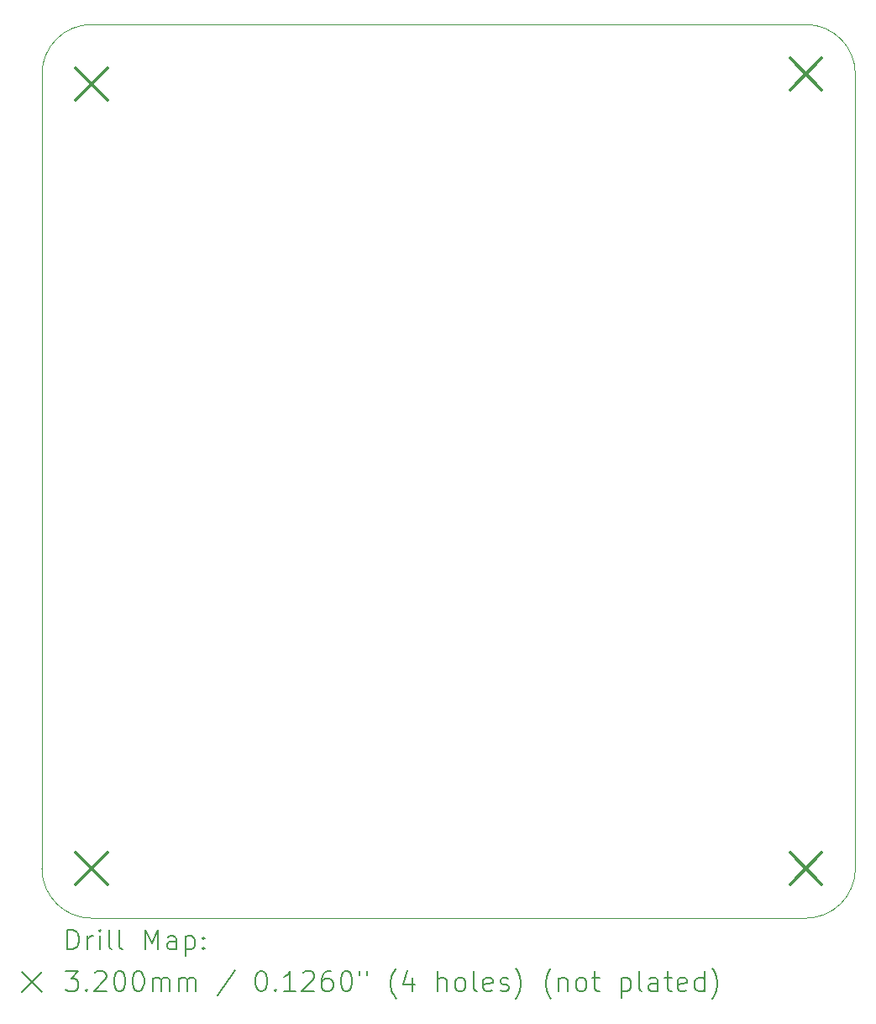
<source format=gbr>
%TF.GenerationSoftware,KiCad,Pcbnew,8.0.6-unknown-202410280735~4a7dcfdd1f~ubuntu22.04.1*%
%TF.CreationDate,2024-10-31T16:24:49+09:00*%
%TF.ProjectId,MG5-ESP32-Shield,4d47352d-4553-4503-9332-2d536869656c,rev?*%
%TF.SameCoordinates,Original*%
%TF.FileFunction,Drillmap*%
%TF.FilePolarity,Positive*%
%FSLAX45Y45*%
G04 Gerber Fmt 4.5, Leading zero omitted, Abs format (unit mm)*
G04 Created by KiCad (PCBNEW 8.0.6-unknown-202410280735~4a7dcfdd1f~ubuntu22.04.1) date 2024-10-31 16:24:49*
%MOMM*%
%LPD*%
G01*
G04 APERTURE LIST*
%ADD10C,0.050000*%
%ADD11C,0.200000*%
%ADD12C,0.320000*%
G04 APERTURE END LIST*
D10*
X11400000Y-13800000D02*
X11400000Y-5800000D01*
X11900000Y-14300000D02*
X19100000Y-14300000D01*
X19100000Y-5300000D02*
G75*
G02*
X19600000Y-5800000I0J-500000D01*
G01*
X19600000Y-13800000D02*
X19600000Y-5800000D01*
X11400000Y-5800000D02*
G75*
G02*
X11900000Y-5300000I500000J0D01*
G01*
X11900000Y-14300000D02*
G75*
G02*
X11400000Y-13800000I0J500000D01*
G01*
X19100000Y-5300000D02*
X11900000Y-5300000D01*
X19600000Y-13800000D02*
G75*
G02*
X19100000Y-14300000I-500000J0D01*
G01*
D11*
D12*
X11740000Y-5740000D02*
X12060000Y-6060000D01*
X12060000Y-5740000D02*
X11740000Y-6060000D01*
X11740000Y-13640000D02*
X12060000Y-13960000D01*
X12060000Y-13640000D02*
X11740000Y-13960000D01*
X18940000Y-5640000D02*
X19260000Y-5960000D01*
X19260000Y-5640000D02*
X18940000Y-5960000D01*
X18940000Y-13640000D02*
X19260000Y-13960000D01*
X19260000Y-13640000D02*
X18940000Y-13960000D01*
D11*
X11658277Y-14613984D02*
X11658277Y-14413984D01*
X11658277Y-14413984D02*
X11705896Y-14413984D01*
X11705896Y-14413984D02*
X11734467Y-14423508D01*
X11734467Y-14423508D02*
X11753515Y-14442555D01*
X11753515Y-14442555D02*
X11763039Y-14461603D01*
X11763039Y-14461603D02*
X11772562Y-14499698D01*
X11772562Y-14499698D02*
X11772562Y-14528269D01*
X11772562Y-14528269D02*
X11763039Y-14566365D01*
X11763039Y-14566365D02*
X11753515Y-14585412D01*
X11753515Y-14585412D02*
X11734467Y-14604460D01*
X11734467Y-14604460D02*
X11705896Y-14613984D01*
X11705896Y-14613984D02*
X11658277Y-14613984D01*
X11858277Y-14613984D02*
X11858277Y-14480650D01*
X11858277Y-14518746D02*
X11867801Y-14499698D01*
X11867801Y-14499698D02*
X11877324Y-14490174D01*
X11877324Y-14490174D02*
X11896372Y-14480650D01*
X11896372Y-14480650D02*
X11915420Y-14480650D01*
X11982086Y-14613984D02*
X11982086Y-14480650D01*
X11982086Y-14413984D02*
X11972562Y-14423508D01*
X11972562Y-14423508D02*
X11982086Y-14433031D01*
X11982086Y-14433031D02*
X11991610Y-14423508D01*
X11991610Y-14423508D02*
X11982086Y-14413984D01*
X11982086Y-14413984D02*
X11982086Y-14433031D01*
X12105896Y-14613984D02*
X12086848Y-14604460D01*
X12086848Y-14604460D02*
X12077324Y-14585412D01*
X12077324Y-14585412D02*
X12077324Y-14413984D01*
X12210658Y-14613984D02*
X12191610Y-14604460D01*
X12191610Y-14604460D02*
X12182086Y-14585412D01*
X12182086Y-14585412D02*
X12182086Y-14413984D01*
X12439229Y-14613984D02*
X12439229Y-14413984D01*
X12439229Y-14413984D02*
X12505896Y-14556841D01*
X12505896Y-14556841D02*
X12572562Y-14413984D01*
X12572562Y-14413984D02*
X12572562Y-14613984D01*
X12753515Y-14613984D02*
X12753515Y-14509222D01*
X12753515Y-14509222D02*
X12743991Y-14490174D01*
X12743991Y-14490174D02*
X12724943Y-14480650D01*
X12724943Y-14480650D02*
X12686848Y-14480650D01*
X12686848Y-14480650D02*
X12667801Y-14490174D01*
X12753515Y-14604460D02*
X12734467Y-14613984D01*
X12734467Y-14613984D02*
X12686848Y-14613984D01*
X12686848Y-14613984D02*
X12667801Y-14604460D01*
X12667801Y-14604460D02*
X12658277Y-14585412D01*
X12658277Y-14585412D02*
X12658277Y-14566365D01*
X12658277Y-14566365D02*
X12667801Y-14547317D01*
X12667801Y-14547317D02*
X12686848Y-14537793D01*
X12686848Y-14537793D02*
X12734467Y-14537793D01*
X12734467Y-14537793D02*
X12753515Y-14528269D01*
X12848753Y-14480650D02*
X12848753Y-14680650D01*
X12848753Y-14490174D02*
X12867801Y-14480650D01*
X12867801Y-14480650D02*
X12905896Y-14480650D01*
X12905896Y-14480650D02*
X12924943Y-14490174D01*
X12924943Y-14490174D02*
X12934467Y-14499698D01*
X12934467Y-14499698D02*
X12943991Y-14518746D01*
X12943991Y-14518746D02*
X12943991Y-14575888D01*
X12943991Y-14575888D02*
X12934467Y-14594936D01*
X12934467Y-14594936D02*
X12924943Y-14604460D01*
X12924943Y-14604460D02*
X12905896Y-14613984D01*
X12905896Y-14613984D02*
X12867801Y-14613984D01*
X12867801Y-14613984D02*
X12848753Y-14604460D01*
X13029705Y-14594936D02*
X13039229Y-14604460D01*
X13039229Y-14604460D02*
X13029705Y-14613984D01*
X13029705Y-14613984D02*
X13020182Y-14604460D01*
X13020182Y-14604460D02*
X13029705Y-14594936D01*
X13029705Y-14594936D02*
X13029705Y-14613984D01*
X13029705Y-14490174D02*
X13039229Y-14499698D01*
X13039229Y-14499698D02*
X13029705Y-14509222D01*
X13029705Y-14509222D02*
X13020182Y-14499698D01*
X13020182Y-14499698D02*
X13029705Y-14490174D01*
X13029705Y-14490174D02*
X13029705Y-14509222D01*
X11197500Y-14842500D02*
X11397500Y-15042500D01*
X11397500Y-14842500D02*
X11197500Y-15042500D01*
X11639229Y-14833984D02*
X11763039Y-14833984D01*
X11763039Y-14833984D02*
X11696372Y-14910174D01*
X11696372Y-14910174D02*
X11724943Y-14910174D01*
X11724943Y-14910174D02*
X11743991Y-14919698D01*
X11743991Y-14919698D02*
X11753515Y-14929222D01*
X11753515Y-14929222D02*
X11763039Y-14948269D01*
X11763039Y-14948269D02*
X11763039Y-14995888D01*
X11763039Y-14995888D02*
X11753515Y-15014936D01*
X11753515Y-15014936D02*
X11743991Y-15024460D01*
X11743991Y-15024460D02*
X11724943Y-15033984D01*
X11724943Y-15033984D02*
X11667801Y-15033984D01*
X11667801Y-15033984D02*
X11648753Y-15024460D01*
X11648753Y-15024460D02*
X11639229Y-15014936D01*
X11848753Y-15014936D02*
X11858277Y-15024460D01*
X11858277Y-15024460D02*
X11848753Y-15033984D01*
X11848753Y-15033984D02*
X11839229Y-15024460D01*
X11839229Y-15024460D02*
X11848753Y-15014936D01*
X11848753Y-15014936D02*
X11848753Y-15033984D01*
X11934467Y-14853031D02*
X11943991Y-14843508D01*
X11943991Y-14843508D02*
X11963039Y-14833984D01*
X11963039Y-14833984D02*
X12010658Y-14833984D01*
X12010658Y-14833984D02*
X12029705Y-14843508D01*
X12029705Y-14843508D02*
X12039229Y-14853031D01*
X12039229Y-14853031D02*
X12048753Y-14872079D01*
X12048753Y-14872079D02*
X12048753Y-14891127D01*
X12048753Y-14891127D02*
X12039229Y-14919698D01*
X12039229Y-14919698D02*
X11924943Y-15033984D01*
X11924943Y-15033984D02*
X12048753Y-15033984D01*
X12172562Y-14833984D02*
X12191610Y-14833984D01*
X12191610Y-14833984D02*
X12210658Y-14843508D01*
X12210658Y-14843508D02*
X12220182Y-14853031D01*
X12220182Y-14853031D02*
X12229705Y-14872079D01*
X12229705Y-14872079D02*
X12239229Y-14910174D01*
X12239229Y-14910174D02*
X12239229Y-14957793D01*
X12239229Y-14957793D02*
X12229705Y-14995888D01*
X12229705Y-14995888D02*
X12220182Y-15014936D01*
X12220182Y-15014936D02*
X12210658Y-15024460D01*
X12210658Y-15024460D02*
X12191610Y-15033984D01*
X12191610Y-15033984D02*
X12172562Y-15033984D01*
X12172562Y-15033984D02*
X12153515Y-15024460D01*
X12153515Y-15024460D02*
X12143991Y-15014936D01*
X12143991Y-15014936D02*
X12134467Y-14995888D01*
X12134467Y-14995888D02*
X12124943Y-14957793D01*
X12124943Y-14957793D02*
X12124943Y-14910174D01*
X12124943Y-14910174D02*
X12134467Y-14872079D01*
X12134467Y-14872079D02*
X12143991Y-14853031D01*
X12143991Y-14853031D02*
X12153515Y-14843508D01*
X12153515Y-14843508D02*
X12172562Y-14833984D01*
X12363039Y-14833984D02*
X12382086Y-14833984D01*
X12382086Y-14833984D02*
X12401134Y-14843508D01*
X12401134Y-14843508D02*
X12410658Y-14853031D01*
X12410658Y-14853031D02*
X12420182Y-14872079D01*
X12420182Y-14872079D02*
X12429705Y-14910174D01*
X12429705Y-14910174D02*
X12429705Y-14957793D01*
X12429705Y-14957793D02*
X12420182Y-14995888D01*
X12420182Y-14995888D02*
X12410658Y-15014936D01*
X12410658Y-15014936D02*
X12401134Y-15024460D01*
X12401134Y-15024460D02*
X12382086Y-15033984D01*
X12382086Y-15033984D02*
X12363039Y-15033984D01*
X12363039Y-15033984D02*
X12343991Y-15024460D01*
X12343991Y-15024460D02*
X12334467Y-15014936D01*
X12334467Y-15014936D02*
X12324943Y-14995888D01*
X12324943Y-14995888D02*
X12315420Y-14957793D01*
X12315420Y-14957793D02*
X12315420Y-14910174D01*
X12315420Y-14910174D02*
X12324943Y-14872079D01*
X12324943Y-14872079D02*
X12334467Y-14853031D01*
X12334467Y-14853031D02*
X12343991Y-14843508D01*
X12343991Y-14843508D02*
X12363039Y-14833984D01*
X12515420Y-15033984D02*
X12515420Y-14900650D01*
X12515420Y-14919698D02*
X12524943Y-14910174D01*
X12524943Y-14910174D02*
X12543991Y-14900650D01*
X12543991Y-14900650D02*
X12572563Y-14900650D01*
X12572563Y-14900650D02*
X12591610Y-14910174D01*
X12591610Y-14910174D02*
X12601134Y-14929222D01*
X12601134Y-14929222D02*
X12601134Y-15033984D01*
X12601134Y-14929222D02*
X12610658Y-14910174D01*
X12610658Y-14910174D02*
X12629705Y-14900650D01*
X12629705Y-14900650D02*
X12658277Y-14900650D01*
X12658277Y-14900650D02*
X12677324Y-14910174D01*
X12677324Y-14910174D02*
X12686848Y-14929222D01*
X12686848Y-14929222D02*
X12686848Y-15033984D01*
X12782086Y-15033984D02*
X12782086Y-14900650D01*
X12782086Y-14919698D02*
X12791610Y-14910174D01*
X12791610Y-14910174D02*
X12810658Y-14900650D01*
X12810658Y-14900650D02*
X12839229Y-14900650D01*
X12839229Y-14900650D02*
X12858277Y-14910174D01*
X12858277Y-14910174D02*
X12867801Y-14929222D01*
X12867801Y-14929222D02*
X12867801Y-15033984D01*
X12867801Y-14929222D02*
X12877324Y-14910174D01*
X12877324Y-14910174D02*
X12896372Y-14900650D01*
X12896372Y-14900650D02*
X12924943Y-14900650D01*
X12924943Y-14900650D02*
X12943991Y-14910174D01*
X12943991Y-14910174D02*
X12953515Y-14929222D01*
X12953515Y-14929222D02*
X12953515Y-15033984D01*
X13343991Y-14824460D02*
X13172563Y-15081603D01*
X13601134Y-14833984D02*
X13620182Y-14833984D01*
X13620182Y-14833984D02*
X13639229Y-14843508D01*
X13639229Y-14843508D02*
X13648753Y-14853031D01*
X13648753Y-14853031D02*
X13658277Y-14872079D01*
X13658277Y-14872079D02*
X13667801Y-14910174D01*
X13667801Y-14910174D02*
X13667801Y-14957793D01*
X13667801Y-14957793D02*
X13658277Y-14995888D01*
X13658277Y-14995888D02*
X13648753Y-15014936D01*
X13648753Y-15014936D02*
X13639229Y-15024460D01*
X13639229Y-15024460D02*
X13620182Y-15033984D01*
X13620182Y-15033984D02*
X13601134Y-15033984D01*
X13601134Y-15033984D02*
X13582086Y-15024460D01*
X13582086Y-15024460D02*
X13572563Y-15014936D01*
X13572563Y-15014936D02*
X13563039Y-14995888D01*
X13563039Y-14995888D02*
X13553515Y-14957793D01*
X13553515Y-14957793D02*
X13553515Y-14910174D01*
X13553515Y-14910174D02*
X13563039Y-14872079D01*
X13563039Y-14872079D02*
X13572563Y-14853031D01*
X13572563Y-14853031D02*
X13582086Y-14843508D01*
X13582086Y-14843508D02*
X13601134Y-14833984D01*
X13753515Y-15014936D02*
X13763039Y-15024460D01*
X13763039Y-15024460D02*
X13753515Y-15033984D01*
X13753515Y-15033984D02*
X13743991Y-15024460D01*
X13743991Y-15024460D02*
X13753515Y-15014936D01*
X13753515Y-15014936D02*
X13753515Y-15033984D01*
X13953515Y-15033984D02*
X13839229Y-15033984D01*
X13896372Y-15033984D02*
X13896372Y-14833984D01*
X13896372Y-14833984D02*
X13877325Y-14862555D01*
X13877325Y-14862555D02*
X13858277Y-14881603D01*
X13858277Y-14881603D02*
X13839229Y-14891127D01*
X14029706Y-14853031D02*
X14039229Y-14843508D01*
X14039229Y-14843508D02*
X14058277Y-14833984D01*
X14058277Y-14833984D02*
X14105896Y-14833984D01*
X14105896Y-14833984D02*
X14124944Y-14843508D01*
X14124944Y-14843508D02*
X14134467Y-14853031D01*
X14134467Y-14853031D02*
X14143991Y-14872079D01*
X14143991Y-14872079D02*
X14143991Y-14891127D01*
X14143991Y-14891127D02*
X14134467Y-14919698D01*
X14134467Y-14919698D02*
X14020182Y-15033984D01*
X14020182Y-15033984D02*
X14143991Y-15033984D01*
X14315420Y-14833984D02*
X14277325Y-14833984D01*
X14277325Y-14833984D02*
X14258277Y-14843508D01*
X14258277Y-14843508D02*
X14248753Y-14853031D01*
X14248753Y-14853031D02*
X14229706Y-14881603D01*
X14229706Y-14881603D02*
X14220182Y-14919698D01*
X14220182Y-14919698D02*
X14220182Y-14995888D01*
X14220182Y-14995888D02*
X14229706Y-15014936D01*
X14229706Y-15014936D02*
X14239229Y-15024460D01*
X14239229Y-15024460D02*
X14258277Y-15033984D01*
X14258277Y-15033984D02*
X14296372Y-15033984D01*
X14296372Y-15033984D02*
X14315420Y-15024460D01*
X14315420Y-15024460D02*
X14324944Y-15014936D01*
X14324944Y-15014936D02*
X14334467Y-14995888D01*
X14334467Y-14995888D02*
X14334467Y-14948269D01*
X14334467Y-14948269D02*
X14324944Y-14929222D01*
X14324944Y-14929222D02*
X14315420Y-14919698D01*
X14315420Y-14919698D02*
X14296372Y-14910174D01*
X14296372Y-14910174D02*
X14258277Y-14910174D01*
X14258277Y-14910174D02*
X14239229Y-14919698D01*
X14239229Y-14919698D02*
X14229706Y-14929222D01*
X14229706Y-14929222D02*
X14220182Y-14948269D01*
X14458277Y-14833984D02*
X14477325Y-14833984D01*
X14477325Y-14833984D02*
X14496372Y-14843508D01*
X14496372Y-14843508D02*
X14505896Y-14853031D01*
X14505896Y-14853031D02*
X14515420Y-14872079D01*
X14515420Y-14872079D02*
X14524944Y-14910174D01*
X14524944Y-14910174D02*
X14524944Y-14957793D01*
X14524944Y-14957793D02*
X14515420Y-14995888D01*
X14515420Y-14995888D02*
X14505896Y-15014936D01*
X14505896Y-15014936D02*
X14496372Y-15024460D01*
X14496372Y-15024460D02*
X14477325Y-15033984D01*
X14477325Y-15033984D02*
X14458277Y-15033984D01*
X14458277Y-15033984D02*
X14439229Y-15024460D01*
X14439229Y-15024460D02*
X14429706Y-15014936D01*
X14429706Y-15014936D02*
X14420182Y-14995888D01*
X14420182Y-14995888D02*
X14410658Y-14957793D01*
X14410658Y-14957793D02*
X14410658Y-14910174D01*
X14410658Y-14910174D02*
X14420182Y-14872079D01*
X14420182Y-14872079D02*
X14429706Y-14853031D01*
X14429706Y-14853031D02*
X14439229Y-14843508D01*
X14439229Y-14843508D02*
X14458277Y-14833984D01*
X14601134Y-14833984D02*
X14601134Y-14872079D01*
X14677325Y-14833984D02*
X14677325Y-14872079D01*
X14972563Y-15110174D02*
X14963039Y-15100650D01*
X14963039Y-15100650D02*
X14943991Y-15072079D01*
X14943991Y-15072079D02*
X14934468Y-15053031D01*
X14934468Y-15053031D02*
X14924944Y-15024460D01*
X14924944Y-15024460D02*
X14915420Y-14976841D01*
X14915420Y-14976841D02*
X14915420Y-14938746D01*
X14915420Y-14938746D02*
X14924944Y-14891127D01*
X14924944Y-14891127D02*
X14934468Y-14862555D01*
X14934468Y-14862555D02*
X14943991Y-14843508D01*
X14943991Y-14843508D02*
X14963039Y-14814936D01*
X14963039Y-14814936D02*
X14972563Y-14805412D01*
X15134468Y-14900650D02*
X15134468Y-15033984D01*
X15086848Y-14824460D02*
X15039229Y-14967317D01*
X15039229Y-14967317D02*
X15163039Y-14967317D01*
X15391610Y-15033984D02*
X15391610Y-14833984D01*
X15477325Y-15033984D02*
X15477325Y-14929222D01*
X15477325Y-14929222D02*
X15467801Y-14910174D01*
X15467801Y-14910174D02*
X15448753Y-14900650D01*
X15448753Y-14900650D02*
X15420182Y-14900650D01*
X15420182Y-14900650D02*
X15401134Y-14910174D01*
X15401134Y-14910174D02*
X15391610Y-14919698D01*
X15601134Y-15033984D02*
X15582087Y-15024460D01*
X15582087Y-15024460D02*
X15572563Y-15014936D01*
X15572563Y-15014936D02*
X15563039Y-14995888D01*
X15563039Y-14995888D02*
X15563039Y-14938746D01*
X15563039Y-14938746D02*
X15572563Y-14919698D01*
X15572563Y-14919698D02*
X15582087Y-14910174D01*
X15582087Y-14910174D02*
X15601134Y-14900650D01*
X15601134Y-14900650D02*
X15629706Y-14900650D01*
X15629706Y-14900650D02*
X15648753Y-14910174D01*
X15648753Y-14910174D02*
X15658277Y-14919698D01*
X15658277Y-14919698D02*
X15667801Y-14938746D01*
X15667801Y-14938746D02*
X15667801Y-14995888D01*
X15667801Y-14995888D02*
X15658277Y-15014936D01*
X15658277Y-15014936D02*
X15648753Y-15024460D01*
X15648753Y-15024460D02*
X15629706Y-15033984D01*
X15629706Y-15033984D02*
X15601134Y-15033984D01*
X15782087Y-15033984D02*
X15763039Y-15024460D01*
X15763039Y-15024460D02*
X15753515Y-15005412D01*
X15753515Y-15005412D02*
X15753515Y-14833984D01*
X15934468Y-15024460D02*
X15915420Y-15033984D01*
X15915420Y-15033984D02*
X15877325Y-15033984D01*
X15877325Y-15033984D02*
X15858277Y-15024460D01*
X15858277Y-15024460D02*
X15848753Y-15005412D01*
X15848753Y-15005412D02*
X15848753Y-14929222D01*
X15848753Y-14929222D02*
X15858277Y-14910174D01*
X15858277Y-14910174D02*
X15877325Y-14900650D01*
X15877325Y-14900650D02*
X15915420Y-14900650D01*
X15915420Y-14900650D02*
X15934468Y-14910174D01*
X15934468Y-14910174D02*
X15943991Y-14929222D01*
X15943991Y-14929222D02*
X15943991Y-14948269D01*
X15943991Y-14948269D02*
X15848753Y-14967317D01*
X16020182Y-15024460D02*
X16039230Y-15033984D01*
X16039230Y-15033984D02*
X16077325Y-15033984D01*
X16077325Y-15033984D02*
X16096372Y-15024460D01*
X16096372Y-15024460D02*
X16105896Y-15005412D01*
X16105896Y-15005412D02*
X16105896Y-14995888D01*
X16105896Y-14995888D02*
X16096372Y-14976841D01*
X16096372Y-14976841D02*
X16077325Y-14967317D01*
X16077325Y-14967317D02*
X16048753Y-14967317D01*
X16048753Y-14967317D02*
X16029706Y-14957793D01*
X16029706Y-14957793D02*
X16020182Y-14938746D01*
X16020182Y-14938746D02*
X16020182Y-14929222D01*
X16020182Y-14929222D02*
X16029706Y-14910174D01*
X16029706Y-14910174D02*
X16048753Y-14900650D01*
X16048753Y-14900650D02*
X16077325Y-14900650D01*
X16077325Y-14900650D02*
X16096372Y-14910174D01*
X16172563Y-15110174D02*
X16182087Y-15100650D01*
X16182087Y-15100650D02*
X16201134Y-15072079D01*
X16201134Y-15072079D02*
X16210658Y-15053031D01*
X16210658Y-15053031D02*
X16220182Y-15024460D01*
X16220182Y-15024460D02*
X16229706Y-14976841D01*
X16229706Y-14976841D02*
X16229706Y-14938746D01*
X16229706Y-14938746D02*
X16220182Y-14891127D01*
X16220182Y-14891127D02*
X16210658Y-14862555D01*
X16210658Y-14862555D02*
X16201134Y-14843508D01*
X16201134Y-14843508D02*
X16182087Y-14814936D01*
X16182087Y-14814936D02*
X16172563Y-14805412D01*
X16534468Y-15110174D02*
X16524944Y-15100650D01*
X16524944Y-15100650D02*
X16505896Y-15072079D01*
X16505896Y-15072079D02*
X16496372Y-15053031D01*
X16496372Y-15053031D02*
X16486849Y-15024460D01*
X16486849Y-15024460D02*
X16477325Y-14976841D01*
X16477325Y-14976841D02*
X16477325Y-14938746D01*
X16477325Y-14938746D02*
X16486849Y-14891127D01*
X16486849Y-14891127D02*
X16496372Y-14862555D01*
X16496372Y-14862555D02*
X16505896Y-14843508D01*
X16505896Y-14843508D02*
X16524944Y-14814936D01*
X16524944Y-14814936D02*
X16534468Y-14805412D01*
X16610658Y-14900650D02*
X16610658Y-15033984D01*
X16610658Y-14919698D02*
X16620182Y-14910174D01*
X16620182Y-14910174D02*
X16639230Y-14900650D01*
X16639230Y-14900650D02*
X16667801Y-14900650D01*
X16667801Y-14900650D02*
X16686849Y-14910174D01*
X16686849Y-14910174D02*
X16696372Y-14929222D01*
X16696372Y-14929222D02*
X16696372Y-15033984D01*
X16820182Y-15033984D02*
X16801134Y-15024460D01*
X16801134Y-15024460D02*
X16791611Y-15014936D01*
X16791611Y-15014936D02*
X16782087Y-14995888D01*
X16782087Y-14995888D02*
X16782087Y-14938746D01*
X16782087Y-14938746D02*
X16791611Y-14919698D01*
X16791611Y-14919698D02*
X16801134Y-14910174D01*
X16801134Y-14910174D02*
X16820182Y-14900650D01*
X16820182Y-14900650D02*
X16848754Y-14900650D01*
X16848754Y-14900650D02*
X16867801Y-14910174D01*
X16867801Y-14910174D02*
X16877325Y-14919698D01*
X16877325Y-14919698D02*
X16886849Y-14938746D01*
X16886849Y-14938746D02*
X16886849Y-14995888D01*
X16886849Y-14995888D02*
X16877325Y-15014936D01*
X16877325Y-15014936D02*
X16867801Y-15024460D01*
X16867801Y-15024460D02*
X16848754Y-15033984D01*
X16848754Y-15033984D02*
X16820182Y-15033984D01*
X16943992Y-14900650D02*
X17020182Y-14900650D01*
X16972563Y-14833984D02*
X16972563Y-15005412D01*
X16972563Y-15005412D02*
X16982087Y-15024460D01*
X16982087Y-15024460D02*
X17001134Y-15033984D01*
X17001134Y-15033984D02*
X17020182Y-15033984D01*
X17239230Y-14900650D02*
X17239230Y-15100650D01*
X17239230Y-14910174D02*
X17258277Y-14900650D01*
X17258277Y-14900650D02*
X17296373Y-14900650D01*
X17296373Y-14900650D02*
X17315420Y-14910174D01*
X17315420Y-14910174D02*
X17324944Y-14919698D01*
X17324944Y-14919698D02*
X17334468Y-14938746D01*
X17334468Y-14938746D02*
X17334468Y-14995888D01*
X17334468Y-14995888D02*
X17324944Y-15014936D01*
X17324944Y-15014936D02*
X17315420Y-15024460D01*
X17315420Y-15024460D02*
X17296373Y-15033984D01*
X17296373Y-15033984D02*
X17258277Y-15033984D01*
X17258277Y-15033984D02*
X17239230Y-15024460D01*
X17448754Y-15033984D02*
X17429706Y-15024460D01*
X17429706Y-15024460D02*
X17420182Y-15005412D01*
X17420182Y-15005412D02*
X17420182Y-14833984D01*
X17610658Y-15033984D02*
X17610658Y-14929222D01*
X17610658Y-14929222D02*
X17601135Y-14910174D01*
X17601135Y-14910174D02*
X17582087Y-14900650D01*
X17582087Y-14900650D02*
X17543992Y-14900650D01*
X17543992Y-14900650D02*
X17524944Y-14910174D01*
X17610658Y-15024460D02*
X17591611Y-15033984D01*
X17591611Y-15033984D02*
X17543992Y-15033984D01*
X17543992Y-15033984D02*
X17524944Y-15024460D01*
X17524944Y-15024460D02*
X17515420Y-15005412D01*
X17515420Y-15005412D02*
X17515420Y-14986365D01*
X17515420Y-14986365D02*
X17524944Y-14967317D01*
X17524944Y-14967317D02*
X17543992Y-14957793D01*
X17543992Y-14957793D02*
X17591611Y-14957793D01*
X17591611Y-14957793D02*
X17610658Y-14948269D01*
X17677325Y-14900650D02*
X17753515Y-14900650D01*
X17705896Y-14833984D02*
X17705896Y-15005412D01*
X17705896Y-15005412D02*
X17715420Y-15024460D01*
X17715420Y-15024460D02*
X17734468Y-15033984D01*
X17734468Y-15033984D02*
X17753515Y-15033984D01*
X17896373Y-15024460D02*
X17877325Y-15033984D01*
X17877325Y-15033984D02*
X17839230Y-15033984D01*
X17839230Y-15033984D02*
X17820182Y-15024460D01*
X17820182Y-15024460D02*
X17810658Y-15005412D01*
X17810658Y-15005412D02*
X17810658Y-14929222D01*
X17810658Y-14929222D02*
X17820182Y-14910174D01*
X17820182Y-14910174D02*
X17839230Y-14900650D01*
X17839230Y-14900650D02*
X17877325Y-14900650D01*
X17877325Y-14900650D02*
X17896373Y-14910174D01*
X17896373Y-14910174D02*
X17905896Y-14929222D01*
X17905896Y-14929222D02*
X17905896Y-14948269D01*
X17905896Y-14948269D02*
X17810658Y-14967317D01*
X18077325Y-15033984D02*
X18077325Y-14833984D01*
X18077325Y-15024460D02*
X18058277Y-15033984D01*
X18058277Y-15033984D02*
X18020182Y-15033984D01*
X18020182Y-15033984D02*
X18001135Y-15024460D01*
X18001135Y-15024460D02*
X17991611Y-15014936D01*
X17991611Y-15014936D02*
X17982087Y-14995888D01*
X17982087Y-14995888D02*
X17982087Y-14938746D01*
X17982087Y-14938746D02*
X17991611Y-14919698D01*
X17991611Y-14919698D02*
X18001135Y-14910174D01*
X18001135Y-14910174D02*
X18020182Y-14900650D01*
X18020182Y-14900650D02*
X18058277Y-14900650D01*
X18058277Y-14900650D02*
X18077325Y-14910174D01*
X18153516Y-15110174D02*
X18163039Y-15100650D01*
X18163039Y-15100650D02*
X18182087Y-15072079D01*
X18182087Y-15072079D02*
X18191611Y-15053031D01*
X18191611Y-15053031D02*
X18201135Y-15024460D01*
X18201135Y-15024460D02*
X18210658Y-14976841D01*
X18210658Y-14976841D02*
X18210658Y-14938746D01*
X18210658Y-14938746D02*
X18201135Y-14891127D01*
X18201135Y-14891127D02*
X18191611Y-14862555D01*
X18191611Y-14862555D02*
X18182087Y-14843508D01*
X18182087Y-14843508D02*
X18163039Y-14814936D01*
X18163039Y-14814936D02*
X18153516Y-14805412D01*
M02*

</source>
